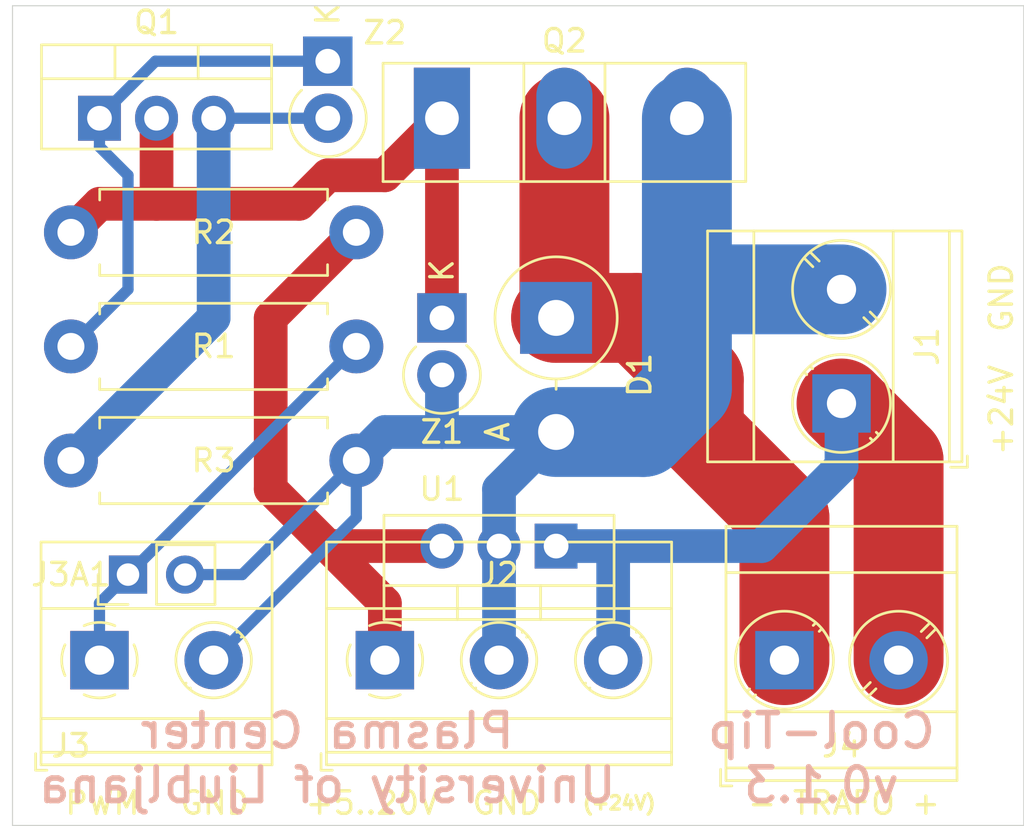
<source format=kicad_pcb>
(kicad_pcb (version 20171130) (host pcbnew "(5.1.2)-1")

  (general
    (thickness 1.6)
    (drawings 14)
    (tracks 59)
    (zones 0)
    (modules 14)
    (nets 9)
  )

  (page A4)
  (title_block
    (title "Flyback driver Cool-Tip")
    (date 2020-03-03)
    (rev v0.1.3)
    (company "University of Ljubljana, Biotechnical faculty")
  )

  (layers
    (0 F.Cu signal)
    (31 B.Cu signal)
    (32 B.Adhes user)
    (33 F.Adhes user)
    (34 B.Paste user)
    (35 F.Paste user)
    (36 B.SilkS user)
    (37 F.SilkS user)
    (38 B.Mask user)
    (39 F.Mask user)
    (40 Dwgs.User user)
    (41 Cmts.User user)
    (42 Eco1.User user)
    (43 Eco2.User user)
    (44 Edge.Cuts user)
    (45 Margin user)
    (46 B.CrtYd user)
    (47 F.CrtYd user)
    (48 B.Fab user)
    (49 F.Fab user)
  )

  (setup
    (last_trace_width 0.25)
    (trace_clearance 0.2)
    (zone_clearance 0.508)
    (zone_45_only no)
    (trace_min 0.25)
    (via_size 0.8)
    (via_drill 0.4)
    (via_min_size 0.4)
    (via_min_drill 0.3)
    (uvia_size 0.3)
    (uvia_drill 0.1)
    (uvias_allowed no)
    (uvia_min_size 0.2)
    (uvia_min_drill 0.1)
    (edge_width 0.05)
    (segment_width 0.2)
    (pcb_text_width 0.3)
    (pcb_text_size 1.5 1.5)
    (mod_edge_width 0.12)
    (mod_text_size 1 1)
    (mod_text_width 0.15)
    (pad_size 3.2 3.2)
    (pad_drill 1.6)
    (pad_to_mask_clearance 0.051)
    (solder_mask_min_width 0.25)
    (aux_axis_origin 0 0)
    (visible_elements 7FFFFFFF)
    (pcbplotparams
      (layerselection 0x010ff_ffffffff)
      (usegerberextensions false)
      (usegerberattributes false)
      (usegerberadvancedattributes false)
      (creategerberjobfile false)
      (excludeedgelayer true)
      (linewidth 0.100000)
      (plotframeref false)
      (viasonmask false)
      (mode 1)
      (useauxorigin false)
      (hpglpennumber 1)
      (hpglpenspeed 20)
      (hpglpendiameter 15.000000)
      (psnegative false)
      (psa4output false)
      (plotreference true)
      (plotvalue true)
      (plotinvisibletext false)
      (padsonsilk false)
      (subtractmaskfromsilk false)
      (outputformat 1)
      (mirror false)
      (drillshape 0)
      (scaleselection 1)
      (outputdirectory "GERBER/"))
  )

  (net 0 "")
  (net 1 "Net-(D1-Pad1)")
  (net 2 GND)
  (net 3 +24V)
  (net 4 +12V)
  (net 5 "Net-(J3-Pad1)")
  (net 6 "Net-(Q1-Pad1)")
  (net 7 "Net-(Q1-Pad2)")
  (net 8 "Net-(Q1-Pad3)")

  (net_class Default "Dies ist die voreingestellte Netzklasse."
    (clearance 0.2)
    (trace_width 0.25)
    (via_dia 0.8)
    (via_drill 0.4)
    (uvia_dia 0.3)
    (uvia_drill 0.1)
    (add_net +12V)
    (add_net +24V)
    (add_net GND)
    (add_net "Net-(D1-Pad1)")
    (add_net "Net-(J3-Pad1)")
    (add_net "Net-(Q1-Pad1)")
    (add_net "Net-(Q1-Pad2)")
    (add_net "Net-(Q1-Pad3)")
  )

  (module Connector_PinHeader_2.54mm:PinHeader_1x02_P2.54mm_Vertical (layer F.Cu) (tedit 59FED5CC) (tstamp 5E5E3BDE)
    (at 104.14 100.33 90)
    (descr "Through hole straight pin header, 1x02, 2.54mm pitch, single row")
    (tags "Through hole pin header THT 1x02 2.54mm single row")
    (path /5E611CB1)
    (fp_text reference J3A1 (at 0 -2.54 180) (layer F.SilkS)
      (effects (font (size 1 1) (thickness 0.15)))
    )
    (fp_text value DuPoint_01x02 (at -2.54 0 180) (layer F.Fab)
      (effects (font (size 1 1) (thickness 0.15)))
    )
    (fp_text user %R (at 0 1.27) (layer F.Fab)
      (effects (font (size 1 1) (thickness 0.15)))
    )
    (fp_line (start 1.8 -1.8) (end -1.8 -1.8) (layer F.CrtYd) (width 0.05))
    (fp_line (start 1.8 4.35) (end 1.8 -1.8) (layer F.CrtYd) (width 0.05))
    (fp_line (start -1.8 4.35) (end 1.8 4.35) (layer F.CrtYd) (width 0.05))
    (fp_line (start -1.8 -1.8) (end -1.8 4.35) (layer F.CrtYd) (width 0.05))
    (fp_line (start -1.33 -1.33) (end 0 -1.33) (layer F.SilkS) (width 0.12))
    (fp_line (start -1.33 0) (end -1.33 -1.33) (layer F.SilkS) (width 0.12))
    (fp_line (start -1.33 1.27) (end 1.33 1.27) (layer F.SilkS) (width 0.12))
    (fp_line (start 1.33 1.27) (end 1.33 3.87) (layer F.SilkS) (width 0.12))
    (fp_line (start -1.33 1.27) (end -1.33 3.87) (layer F.SilkS) (width 0.12))
    (fp_line (start -1.33 3.87) (end 1.33 3.87) (layer F.SilkS) (width 0.12))
    (fp_line (start -1.27 -0.635) (end -0.635 -1.27) (layer F.Fab) (width 0.1))
    (fp_line (start -1.27 3.81) (end -1.27 -0.635) (layer F.Fab) (width 0.1))
    (fp_line (start 1.27 3.81) (end -1.27 3.81) (layer F.Fab) (width 0.1))
    (fp_line (start 1.27 -1.27) (end 1.27 3.81) (layer F.Fab) (width 0.1))
    (fp_line (start -0.635 -1.27) (end 1.27 -1.27) (layer F.Fab) (width 0.1))
    (pad 2 thru_hole oval (at 0 2.54 90) (size 1.7 1.7) (drill 1) (layers *.Cu *.Mask)
      (net 2 GND))
    (pad 1 thru_hole rect (at 0 0 90) (size 1.7 1.7) (drill 1) (layers *.Cu *.Mask)
      (net 5 "Net-(J3-Pad1)"))
    (model ${KISYS3DMOD}/Connector_PinHeader_2.54mm.3dshapes/PinHeader_1x02_P2.54mm_Vertical.wrl
      (at (xyz 0 0 0))
      (scale (xyz 1 1 1))
      (rotate (xyz 0 0 0))
    )
  )

  (module Diode_THT:D_DO-41_SOD81_P2.54mm_Vertical_KathodeUp (layer F.Cu) (tedit 5AE50CD5) (tstamp 5E5E2400)
    (at 113.03 77.47 270)
    (descr "Diode, DO-41_SOD81 series, Axial, Vertical, pin pitch=2.54mm, , length*diameter=5.2*2.7mm^2, , http://www.diodes.com/_files/packages/DO-41%20(Plastic).pdf")
    (tags "Diode DO-41_SOD81 series Axial Vertical pin pitch 2.54mm  length 5.2mm diameter 2.7mm")
    (path /5E5EF437)
    (fp_text reference Z2 (at -1.27 -2.54 180) (layer F.SilkS)
      (effects (font (size 1 1) (thickness 0.15)))
    )
    (fp_text value ZD5 (at 5.08 1.27 180) (layer F.Fab)
      (effects (font (size 1 1) (thickness 0.15)))
    )
    (fp_text user K (at -2.1 0 90) (layer F.SilkS)
      (effects (font (size 1 1) (thickness 0.15)))
    )
    (fp_text user K (at -2.1 0 90) (layer F.Fab)
      (effects (font (size 1 1) (thickness 0.15)))
    )
    (fp_text user %R (at -1.27 -2.54 180) (layer F.Fab)
      (effects (font (size 1 1) (thickness 0.15)))
    )
    (fp_line (start 4.15 -1.6) (end -1.35 -1.6) (layer F.CrtYd) (width 0.05))
    (fp_line (start 4.15 1.6) (end 4.15 -1.6) (layer F.CrtYd) (width 0.05))
    (fp_line (start -1.35 1.6) (end 4.15 1.6) (layer F.CrtYd) (width 0.05))
    (fp_line (start -1.35 -1.6) (end -1.35 1.6) (layer F.CrtYd) (width 0.05))
    (fp_line (start 0 0) (end 2.54 0) (layer F.Fab) (width 0.1))
    (fp_circle (center 2.54 0) (end 3.89 0) (layer F.Fab) (width 0.1))
    (fp_arc (start 2.54 0) (end 1.228847 -1.1) (angle 276.998058) (layer F.SilkS) (width 0.12))
    (pad 2 thru_hole oval (at 2.54 0 270) (size 2.2 2.2) (drill 1.1) (layers *.Cu *.Mask)
      (net 8 "Net-(Q1-Pad3)"))
    (pad 1 thru_hole rect (at 0 0 270) (size 2.2 2.2) (drill 1.1) (layers *.Cu *.Mask)
      (net 6 "Net-(Q1-Pad1)"))
    (model ${KISYS3DMOD}/Diode_THT.3dshapes/D_DO-41_SOD81_P2.54mm_Vertical_KathodeUp.wrl
      (at (xyz 0 0 0))
      (scale (xyz 1 1 1))
      (rotate (xyz 0 0 0))
    )
  )

  (module Diode_THT:D_DO-41_SOD81_P2.54mm_Vertical_KathodeUp (layer F.Cu) (tedit 5AE50CD5) (tstamp 5E5E23F0)
    (at 118.11 88.9 270)
    (descr "Diode, DO-41_SOD81 series, Axial, Vertical, pin pitch=2.54mm, , length*diameter=5.2*2.7mm^2, , http://www.diodes.com/_files/packages/DO-41%20(Plastic).pdf")
    (tags "Diode DO-41_SOD81 series Axial Vertical pin pitch 2.54mm  length 5.2mm diameter 2.7mm")
    (path /5E5E24A7)
    (fp_text reference Z1 (at 5.08 0 180) (layer F.SilkS)
      (effects (font (size 1 1) (thickness 0.15)))
    )
    (fp_text value ZD20 (at 6.35 0 180) (layer F.Fab)
      (effects (font (size 1 1) (thickness 0.15)))
    )
    (fp_text user K (at -2.1 0 90) (layer F.SilkS)
      (effects (font (size 1 1) (thickness 0.15)))
    )
    (fp_text user K (at -2.1 0 90) (layer F.Fab)
      (effects (font (size 1 1) (thickness 0.15)))
    )
    (fp_text user %R (at 5.08 0 180) (layer F.Fab)
      (effects (font (size 1 1) (thickness 0.15)))
    )
    (fp_line (start 4.15 -1.6) (end -1.35 -1.6) (layer F.CrtYd) (width 0.05))
    (fp_line (start 4.15 1.6) (end 4.15 -1.6) (layer F.CrtYd) (width 0.05))
    (fp_line (start -1.35 1.6) (end 4.15 1.6) (layer F.CrtYd) (width 0.05))
    (fp_line (start -1.35 -1.6) (end -1.35 1.6) (layer F.CrtYd) (width 0.05))
    (fp_line (start 0 0) (end 2.54 0) (layer F.Fab) (width 0.1))
    (fp_circle (center 2.54 0) (end 3.89 0) (layer F.Fab) (width 0.1))
    (fp_arc (start 2.54 0) (end 1.228847 -1.1) (angle 276.998058) (layer F.SilkS) (width 0.12))
    (pad 2 thru_hole oval (at 2.54 0 270) (size 2.2 2.2) (drill 1.1) (layers *.Cu *.Mask)
      (net 2 GND))
    (pad 1 thru_hole rect (at 0 0 270) (size 2.2 2.2) (drill 1.1) (layers *.Cu *.Mask)
      (net 7 "Net-(Q1-Pad2)"))
    (model ${KISYS3DMOD}/Diode_THT.3dshapes/D_DO-41_SOD81_P2.54mm_Vertical_KathodeUp.wrl
      (at (xyz 0 0 0))
      (scale (xyz 1 1 1))
      (rotate (xyz 0 0 0))
    )
  )

  (module Resistor_THT:R_Axial_DIN0411_L9.9mm_D3.6mm_P12.70mm_Horizontal (layer F.Cu) (tedit 5AE5139B) (tstamp 5E43FF75)
    (at 101.6 95.25)
    (descr "Resistor, Axial_DIN0411 series, Axial, Horizontal, pin pitch=12.7mm, 1W, length*diameter=9.9*3.6mm^2")
    (tags "Resistor Axial_DIN0411 series Axial Horizontal pin pitch 12.7mm 1W length 9.9mm diameter 3.6mm")
    (path /5E47E572)
    (fp_text reference R3 (at 6.35 0) (layer F.SilkS)
      (effects (font (size 1 1) (thickness 0.15)))
    )
    (fp_text value 4R7 (at 6.35 1.27) (layer F.Fab)
      (effects (font (size 1 1) (thickness 0.15)))
    )
    (fp_text user %R (at 6.35 0) (layer F.Fab)
      (effects (font (size 1 1) (thickness 0.15)))
    )
    (fp_line (start 14.15 -2.05) (end -1.45 -2.05) (layer F.CrtYd) (width 0.05))
    (fp_line (start 14.15 2.05) (end 14.15 -2.05) (layer F.CrtYd) (width 0.05))
    (fp_line (start -1.45 2.05) (end 14.15 2.05) (layer F.CrtYd) (width 0.05))
    (fp_line (start -1.45 -2.05) (end -1.45 2.05) (layer F.CrtYd) (width 0.05))
    (fp_line (start 11.42 1.92) (end 11.42 1.44) (layer F.SilkS) (width 0.12))
    (fp_line (start 1.28 1.92) (end 11.42 1.92) (layer F.SilkS) (width 0.12))
    (fp_line (start 1.28 1.44) (end 1.28 1.92) (layer F.SilkS) (width 0.12))
    (fp_line (start 11.42 -1.92) (end 11.42 -1.44) (layer F.SilkS) (width 0.12))
    (fp_line (start 1.28 -1.92) (end 11.42 -1.92) (layer F.SilkS) (width 0.12))
    (fp_line (start 1.28 -1.44) (end 1.28 -1.92) (layer F.SilkS) (width 0.12))
    (fp_line (start 12.7 0) (end 11.3 0) (layer F.Fab) (width 0.1))
    (fp_line (start 0 0) (end 1.4 0) (layer F.Fab) (width 0.1))
    (fp_line (start 11.3 -1.8) (end 1.4 -1.8) (layer F.Fab) (width 0.1))
    (fp_line (start 11.3 1.8) (end 11.3 -1.8) (layer F.Fab) (width 0.1))
    (fp_line (start 1.4 1.8) (end 11.3 1.8) (layer F.Fab) (width 0.1))
    (fp_line (start 1.4 -1.8) (end 1.4 1.8) (layer F.Fab) (width 0.1))
    (pad 2 thru_hole oval (at 12.7 0) (size 2.4 2.4) (drill 1.2) (layers *.Cu *.Mask)
      (net 2 GND))
    (pad 1 thru_hole circle (at 0 0) (size 2.4 2.4) (drill 1.2) (layers *.Cu *.Mask)
      (net 8 "Net-(Q1-Pad3)"))
    (model ${KISYS3DMOD}/Resistor_THT.3dshapes/R_Axial_DIN0411_L9.9mm_D3.6mm_P12.70mm_Horizontal.wrl
      (at (xyz 0 0 0))
      (scale (xyz 1 1 1))
      (rotate (xyz 0 0 0))
    )
  )

  (module Resistor_THT:R_Axial_DIN0411_L9.9mm_D3.6mm_P12.70mm_Horizontal (layer F.Cu) (tedit 5AE5139B) (tstamp 5E43B4CF)
    (at 101.6 90.17)
    (descr "Resistor, Axial_DIN0411 series, Axial, Horizontal, pin pitch=12.7mm, 1W, length*diameter=9.9*3.6mm^2")
    (tags "Resistor Axial_DIN0411 series Axial Horizontal pin pitch 12.7mm 1W length 9.9mm diameter 3.6mm")
    (path /5E42AE96)
    (fp_text reference R1 (at 6.35 0) (layer F.SilkS)
      (effects (font (size 1 1) (thickness 0.15)))
    )
    (fp_text value 330R (at 6.35 1.27) (layer F.Fab)
      (effects (font (size 1 1) (thickness 0.15)))
    )
    (fp_text user %R (at 6.35 0) (layer F.Fab)
      (effects (font (size 1 1) (thickness 0.15)))
    )
    (fp_line (start 14.15 -2.05) (end -1.45 -2.05) (layer F.CrtYd) (width 0.05))
    (fp_line (start 14.15 2.05) (end 14.15 -2.05) (layer F.CrtYd) (width 0.05))
    (fp_line (start -1.45 2.05) (end 14.15 2.05) (layer F.CrtYd) (width 0.05))
    (fp_line (start -1.45 -2.05) (end -1.45 2.05) (layer F.CrtYd) (width 0.05))
    (fp_line (start 11.42 1.92) (end 11.42 1.44) (layer F.SilkS) (width 0.12))
    (fp_line (start 1.28 1.92) (end 11.42 1.92) (layer F.SilkS) (width 0.12))
    (fp_line (start 1.28 1.44) (end 1.28 1.92) (layer F.SilkS) (width 0.12))
    (fp_line (start 11.42 -1.92) (end 11.42 -1.44) (layer F.SilkS) (width 0.12))
    (fp_line (start 1.28 -1.92) (end 11.42 -1.92) (layer F.SilkS) (width 0.12))
    (fp_line (start 1.28 -1.44) (end 1.28 -1.92) (layer F.SilkS) (width 0.12))
    (fp_line (start 12.7 0) (end 11.3 0) (layer F.Fab) (width 0.1))
    (fp_line (start 0 0) (end 1.4 0) (layer F.Fab) (width 0.1))
    (fp_line (start 11.3 -1.8) (end 1.4 -1.8) (layer F.Fab) (width 0.1))
    (fp_line (start 11.3 1.8) (end 11.3 -1.8) (layer F.Fab) (width 0.1))
    (fp_line (start 1.4 1.8) (end 11.3 1.8) (layer F.Fab) (width 0.1))
    (fp_line (start 1.4 -1.8) (end 1.4 1.8) (layer F.Fab) (width 0.1))
    (pad 2 thru_hole oval (at 12.7 0) (size 2.4 2.4) (drill 1.2) (layers *.Cu *.Mask)
      (net 5 "Net-(J3-Pad1)"))
    (pad 1 thru_hole circle (at 0 0) (size 2.4 2.4) (drill 1.2) (layers *.Cu *.Mask)
      (net 6 "Net-(Q1-Pad1)"))
    (model ${KISYS3DMOD}/Resistor_THT.3dshapes/R_Axial_DIN0411_L9.9mm_D3.6mm_P12.70mm_Horizontal.wrl
      (at (xyz 0 0 0))
      (scale (xyz 1 1 1))
      (rotate (xyz 0 0 0))
    )
  )

  (module TerminalBlock_Phoenix:TerminalBlock_Phoenix_MKDS-1,5-2-5.08_1x02_P5.08mm_Horizontal (layer F.Cu) (tedit 5B294EBC) (tstamp 5E43B45A)
    (at 102.87 104.14)
    (descr "Terminal Block Phoenix MKDS-1,5-2-5.08, 2 pins, pitch 5.08mm, size 10.2x9.8mm^2, drill diamater 1.3mm, pad diameter 2.6mm, see http://www.farnell.com/datasheets/100425.pdf, script-generated using https://github.com/pointhi/kicad-footprint-generator/scripts/TerminalBlock_Phoenix")
    (tags "THT Terminal Block Phoenix MKDS-1,5-2-5.08 pitch 5.08mm size 10.2x9.8mm^2 drill 1.3mm pad 2.6mm")
    (path /5E431FCB)
    (fp_text reference J3 (at -1.27 3.81) (layer F.SilkS)
      (effects (font (size 1 1) (thickness 0.15)))
    )
    (fp_text value "PWM IN" (at 2.54 5.66) (layer F.Fab)
      (effects (font (size 1 1) (thickness 0.15)))
    )
    (fp_text user %R (at 2.54 3.2) (layer F.Fab)
      (effects (font (size 1 1) (thickness 0.15)))
    )
    (fp_line (start 8.13 -5.71) (end -3.04 -5.71) (layer F.CrtYd) (width 0.05))
    (fp_line (start 8.13 5.1) (end 8.13 -5.71) (layer F.CrtYd) (width 0.05))
    (fp_line (start -3.04 5.1) (end 8.13 5.1) (layer F.CrtYd) (width 0.05))
    (fp_line (start -3.04 -5.71) (end -3.04 5.1) (layer F.CrtYd) (width 0.05))
    (fp_line (start -2.84 4.9) (end -2.34 4.9) (layer F.SilkS) (width 0.12))
    (fp_line (start -2.84 4.16) (end -2.84 4.9) (layer F.SilkS) (width 0.12))
    (fp_line (start 3.853 1.023) (end 3.806 1.069) (layer F.SilkS) (width 0.12))
    (fp_line (start 6.15 -1.275) (end 6.115 -1.239) (layer F.SilkS) (width 0.12))
    (fp_line (start 4.046 1.239) (end 4.011 1.274) (layer F.SilkS) (width 0.12))
    (fp_line (start 6.355 -1.069) (end 6.308 -1.023) (layer F.SilkS) (width 0.12))
    (fp_line (start 6.035 -1.138) (end 3.943 0.955) (layer F.Fab) (width 0.1))
    (fp_line (start 6.218 -0.955) (end 4.126 1.138) (layer F.Fab) (width 0.1))
    (fp_line (start 0.955 -1.138) (end -1.138 0.955) (layer F.Fab) (width 0.1))
    (fp_line (start 1.138 -0.955) (end -0.955 1.138) (layer F.Fab) (width 0.1))
    (fp_line (start 7.68 -5.261) (end 7.68 4.66) (layer F.SilkS) (width 0.12))
    (fp_line (start -2.6 -5.261) (end -2.6 4.66) (layer F.SilkS) (width 0.12))
    (fp_line (start -2.6 4.66) (end 7.68 4.66) (layer F.SilkS) (width 0.12))
    (fp_line (start -2.6 -5.261) (end 7.68 -5.261) (layer F.SilkS) (width 0.12))
    (fp_line (start -2.6 -2.301) (end 7.68 -2.301) (layer F.SilkS) (width 0.12))
    (fp_line (start -2.54 -2.3) (end 7.62 -2.3) (layer F.Fab) (width 0.1))
    (fp_line (start -2.6 2.6) (end 7.68 2.6) (layer F.SilkS) (width 0.12))
    (fp_line (start -2.54 2.6) (end 7.62 2.6) (layer F.Fab) (width 0.1))
    (fp_line (start -2.6 4.1) (end 7.68 4.1) (layer F.SilkS) (width 0.12))
    (fp_line (start -2.54 4.1) (end 7.62 4.1) (layer F.Fab) (width 0.1))
    (fp_line (start -2.54 4.1) (end -2.54 -5.2) (layer F.Fab) (width 0.1))
    (fp_line (start -2.04 4.6) (end -2.54 4.1) (layer F.Fab) (width 0.1))
    (fp_line (start 7.62 4.6) (end -2.04 4.6) (layer F.Fab) (width 0.1))
    (fp_line (start 7.62 -5.2) (end 7.62 4.6) (layer F.Fab) (width 0.1))
    (fp_line (start -2.54 -5.2) (end 7.62 -5.2) (layer F.Fab) (width 0.1))
    (fp_circle (center 5.08 0) (end 6.76 0) (layer F.SilkS) (width 0.12))
    (fp_circle (center 5.08 0) (end 6.58 0) (layer F.Fab) (width 0.1))
    (fp_circle (center 0 0) (end 1.5 0) (layer F.Fab) (width 0.1))
    (fp_arc (start 0 0) (end -0.684 1.535) (angle -25) (layer F.SilkS) (width 0.12))
    (fp_arc (start 0 0) (end -1.535 -0.684) (angle -48) (layer F.SilkS) (width 0.12))
    (fp_arc (start 0 0) (end 0.684 -1.535) (angle -48) (layer F.SilkS) (width 0.12))
    (fp_arc (start 0 0) (end 1.535 0.684) (angle -48) (layer F.SilkS) (width 0.12))
    (fp_arc (start 0 0) (end 0 1.68) (angle -24) (layer F.SilkS) (width 0.12))
    (pad 2 thru_hole circle (at 5.08 0) (size 2.6 2.6) (drill 1.3) (layers *.Cu *.Mask)
      (net 2 GND))
    (pad 1 thru_hole rect (at 0 0) (size 2.6 2.6) (drill 1.3) (layers *.Cu *.Mask)
      (net 5 "Net-(J3-Pad1)"))
    (model ${KISYS3DMOD}/TerminalBlock_Phoenix.3dshapes/TerminalBlock_Phoenix_MKDS-1,5-2-5.08_1x02_P5.08mm_Horizontal.wrl
      (at (xyz 0 0 0))
      (scale (xyz 1 1 1))
      (rotate (xyz 0 0 0))
    )
  )

  (module Diode_THT:D_DO-201AD_P5.08mm_Vertical_AnodeUp (layer F.Cu) (tedit 5AE50CD5) (tstamp 5E43B3D6)
    (at 123.19 88.9 270)
    (descr "Diode, DO-201AD series, Axial, Vertical, pin pitch=5.08mm, , length*diameter=9.5*5.2mm^2, , http://www.diodes.com/_files/packages/DO-201AD.pdf")
    (tags "Diode DO-201AD series Axial Vertical pin pitch 5.08mm  length 9.5mm diameter 5.2mm")
    (path /5E42B65A)
    (fp_text reference D1 (at 2.54 -3.72 90) (layer F.SilkS)
      (effects (font (size 1 1) (thickness 0.15)))
    )
    (fp_text value UF4007 (at 7.62 0 180) (layer F.Fab)
      (effects (font (size 1 1) (thickness 0.15)))
    )
    (fp_text user A (at 5.08 2.6 90) (layer F.SilkS)
      (effects (font (size 1 1) (thickness 0.15)))
    )
    (fp_text user A (at 5.08 2.6 90) (layer F.Fab)
      (effects (font (size 1 1) (thickness 0.15)))
    )
    (fp_text user %R (at 2.54 -3.72 90) (layer F.Fab)
      (effects (font (size 1 1) (thickness 0.15)))
    )
    (fp_line (start 6.93 -2.85) (end -2.85 -2.85) (layer F.CrtYd) (width 0.05))
    (fp_line (start 6.93 2.85) (end 6.93 -2.85) (layer F.CrtYd) (width 0.05))
    (fp_line (start -2.85 2.85) (end 6.93 2.85) (layer F.CrtYd) (width 0.05))
    (fp_line (start -2.85 -2.85) (end -2.85 2.85) (layer F.CrtYd) (width 0.05))
    (fp_line (start 2.72 0) (end 3.18 0) (layer F.SilkS) (width 0.12))
    (fp_line (start 0 0) (end 5.08 0) (layer F.Fab) (width 0.1))
    (fp_circle (center 0 0) (end 2.72 0) (layer F.SilkS) (width 0.12))
    (fp_circle (center 0 0) (end 2.6 0) (layer F.Fab) (width 0.1))
    (pad 2 thru_hole oval (at 5.08 0 270) (size 3.2 3.2) (drill 1.6) (layers *.Cu *.Mask)
      (net 2 GND))
    (pad 1 thru_hole rect (at 0 0 270) (size 3.2 3.2) (drill 1.6) (layers *.Cu *.Mask)
      (net 1 "Net-(D1-Pad1)"))
    (model ${KISYS3DMOD}/Diode_THT.3dshapes/D_DO-201AD_P5.08mm_Vertical_AnodeUp.wrl
      (at (xyz 0 0 0))
      (scale (xyz 1 1 1))
      (rotate (xyz 0 0 0))
    )
  )

  (module Package_TO_SOT_THT:TO-247-3_Vertical (layer F.Cu) (tedit 5AC86DC3) (tstamp 5E43B4B8)
    (at 118.11 80.01)
    (descr "TO-247-3, Vertical, RM 5.45mm, see https://toshiba.semicon-storage.com/us/product/mosfet/to-247-4l.html")
    (tags "TO-247-3 Vertical RM 5.45mm")
    (path /5E42CB8F)
    (fp_text reference Q2 (at 5.45 -3.45) (layer F.SilkS)
      (effects (font (size 1 1) (thickness 0.15)))
    )
    (fp_text value IPW60 (at 5.45 3.95) (layer F.Fab)
      (effects (font (size 1 1) (thickness 0.15)))
    )
    (fp_text user %R (at 5.45 -3.45) (layer F.Fab)
      (effects (font (size 1 1) (thickness 0.15)))
    )
    (fp_line (start 13.65 -2.59) (end -2.75 -2.59) (layer F.CrtYd) (width 0.05))
    (fp_line (start 13.65 2.95) (end 13.65 -2.59) (layer F.CrtYd) (width 0.05))
    (fp_line (start -2.75 2.95) (end 13.65 2.95) (layer F.CrtYd) (width 0.05))
    (fp_line (start -2.75 -2.59) (end -2.75 2.95) (layer F.CrtYd) (width 0.05))
    (fp_line (start 7.255 -2.451) (end 7.255 2.82) (layer F.SilkS) (width 0.12))
    (fp_line (start 3.646 -2.451) (end 3.646 2.82) (layer F.SilkS) (width 0.12))
    (fp_line (start 13.52 -2.451) (end 13.52 2.82) (layer F.SilkS) (width 0.12))
    (fp_line (start -2.62 -2.451) (end -2.62 2.82) (layer F.SilkS) (width 0.12))
    (fp_line (start -2.62 2.82) (end 13.52 2.82) (layer F.SilkS) (width 0.12))
    (fp_line (start -2.62 -2.451) (end 13.52 -2.451) (layer F.SilkS) (width 0.12))
    (fp_line (start 7.255 -2.33) (end 7.255 2.7) (layer F.Fab) (width 0.1))
    (fp_line (start 3.645 -2.33) (end 3.645 2.7) (layer F.Fab) (width 0.1))
    (fp_line (start 13.4 -2.33) (end -2.5 -2.33) (layer F.Fab) (width 0.1))
    (fp_line (start 13.4 2.7) (end 13.4 -2.33) (layer F.Fab) (width 0.1))
    (fp_line (start -2.5 2.7) (end 13.4 2.7) (layer F.Fab) (width 0.1))
    (fp_line (start -2.5 -2.33) (end -2.5 2.7) (layer F.Fab) (width 0.1))
    (pad 3 thru_hole oval (at 10.9 0) (size 2.5 4.5) (drill 1.5) (layers *.Cu *.Mask)
      (net 2 GND))
    (pad 2 thru_hole oval (at 5.45 0) (size 2.5 4.5) (drill 1.5) (layers *.Cu *.Mask)
      (net 1 "Net-(D1-Pad1)"))
    (pad 1 thru_hole rect (at 0 0) (size 2.5 4.5) (drill 1.5) (layers *.Cu *.Mask)
      (net 7 "Net-(Q1-Pad2)"))
    (model ${KISYS3DMOD}/Package_TO_SOT_THT.3dshapes/TO-247-3_Vertical.wrl
      (at (xyz 0 0 0))
      (scale (xyz 1 1 1))
      (rotate (xyz 0 0 0))
    )
  )

  (module TerminalBlock_Phoenix:TerminalBlock_Phoenix_MKDS-3-2-5.08_1x02_P5.08mm_Horizontal (layer F.Cu) (tedit 5B294F11) (tstamp 5E43B402)
    (at 135.89 92.71 90)
    (descr "Terminal Block Phoenix MKDS-3-2-5.08, 2 pins, pitch 5.08mm, size 10.2x11.2mm^2, drill diamater 1.3mm, pad diameter 2.6mm, see http://www.farnell.com/datasheets/2138224.pdf, script-generated using https://github.com/pointhi/kicad-footprint-generator/scripts/TerminalBlock_Phoenix")
    (tags "THT Terminal Block Phoenix MKDS-3-2-5.08 pitch 5.08mm size 10.2x11.2mm^2 drill 1.3mm pad 2.6mm")
    (path /5E430B4F)
    (fp_text reference J1 (at 2.54 3.81 90) (layer F.SilkS)
      (effects (font (size 1 1) (thickness 0.15)))
    )
    (fp_text value +24V (at 2.54 6.36 90) (layer F.Fab)
      (effects (font (size 1 1) (thickness 0.15)))
    )
    (fp_text user %R (at 2.54 3.1 90) (layer F.Fab)
      (effects (font (size 1 1) (thickness 0.15)))
    )
    (fp_line (start 8.13 -6.4) (end -3.04 -6.4) (layer F.CrtYd) (width 0.05))
    (fp_line (start 8.13 5.8) (end 8.13 -6.4) (layer F.CrtYd) (width 0.05))
    (fp_line (start -3.04 5.8) (end 8.13 5.8) (layer F.CrtYd) (width 0.05))
    (fp_line (start -3.04 -6.4) (end -3.04 5.8) (layer F.CrtYd) (width 0.05))
    (fp_line (start -2.84 5.6) (end -2.34 5.6) (layer F.SilkS) (width 0.12))
    (fp_line (start -2.84 4.86) (end -2.84 5.6) (layer F.SilkS) (width 0.12))
    (fp_line (start 3.822 0.992) (end 3.427 1.388) (layer F.SilkS) (width 0.12))
    (fp_line (start 6.468 -1.654) (end 6.088 -1.274) (layer F.SilkS) (width 0.12))
    (fp_line (start 4.073 1.274) (end 3.693 1.654) (layer F.SilkS) (width 0.12))
    (fp_line (start 6.734 -1.388) (end 6.339 -0.992) (layer F.SilkS) (width 0.12))
    (fp_line (start 6.353 -1.517) (end 3.564 1.273) (layer F.Fab) (width 0.1))
    (fp_line (start 6.597 -1.273) (end 3.808 1.517) (layer F.Fab) (width 0.1))
    (fp_line (start -1.548 1.281) (end -1.654 1.388) (layer F.SilkS) (width 0.12))
    (fp_line (start 1.388 -1.654) (end 1.281 -1.547) (layer F.SilkS) (width 0.12))
    (fp_line (start -1.282 1.547) (end -1.388 1.654) (layer F.SilkS) (width 0.12))
    (fp_line (start 1.654 -1.388) (end 1.547 -1.281) (layer F.SilkS) (width 0.12))
    (fp_line (start 1.273 -1.517) (end -1.517 1.273) (layer F.Fab) (width 0.1))
    (fp_line (start 1.517 -1.273) (end -1.273 1.517) (layer F.Fab) (width 0.1))
    (fp_line (start 7.68 -5.96) (end 7.68 5.36) (layer F.SilkS) (width 0.12))
    (fp_line (start -2.6 -5.96) (end -2.6 5.36) (layer F.SilkS) (width 0.12))
    (fp_line (start -2.6 5.36) (end 7.68 5.36) (layer F.SilkS) (width 0.12))
    (fp_line (start -2.6 -5.96) (end 7.68 -5.96) (layer F.SilkS) (width 0.12))
    (fp_line (start -2.6 -3.9) (end 7.68 -3.9) (layer F.SilkS) (width 0.12))
    (fp_line (start -2.54 -3.9) (end 7.62 -3.9) (layer F.Fab) (width 0.1))
    (fp_line (start -2.6 2.3) (end 7.68 2.3) (layer F.SilkS) (width 0.12))
    (fp_line (start -2.54 2.3) (end 7.62 2.3) (layer F.Fab) (width 0.1))
    (fp_line (start -2.6 4.8) (end 7.68 4.8) (layer F.SilkS) (width 0.12))
    (fp_line (start -2.54 4.8) (end 7.62 4.8) (layer F.Fab) (width 0.1))
    (fp_line (start -2.54 4.8) (end -2.54 -5.9) (layer F.Fab) (width 0.1))
    (fp_line (start -2.04 5.3) (end -2.54 4.8) (layer F.Fab) (width 0.1))
    (fp_line (start 7.62 5.3) (end -2.04 5.3) (layer F.Fab) (width 0.1))
    (fp_line (start 7.62 -5.9) (end 7.62 5.3) (layer F.Fab) (width 0.1))
    (fp_line (start -2.54 -5.9) (end 7.62 -5.9) (layer F.Fab) (width 0.1))
    (fp_circle (center 5.08 0) (end 7.26 0) (layer F.SilkS) (width 0.12))
    (fp_circle (center 5.08 0) (end 7.08 0) (layer F.Fab) (width 0.1))
    (fp_circle (center 0 0) (end 2.18 0) (layer F.SilkS) (width 0.12))
    (fp_circle (center 0 0) (end 2 0) (layer F.Fab) (width 0.1))
    (pad 2 thru_hole circle (at 5.08 0 90) (size 2.6 2.6) (drill 1.3) (layers *.Cu *.Mask)
      (net 2 GND))
    (pad 1 thru_hole rect (at 0 0 90) (size 2.6 2.6) (drill 1.3) (layers *.Cu *.Mask)
      (net 3 +24V))
    (model ${KISYS3DMOD}/TerminalBlock_Phoenix.3dshapes/TerminalBlock_Phoenix_MKDS-3-2-5.08_1x02_P5.08mm_Horizontal.wrl
      (at (xyz 0 0 0))
      (scale (xyz 1 1 1))
      (rotate (xyz 0 0 0))
    )
  )

  (module TerminalBlock_Phoenix:TerminalBlock_Phoenix_MKDS-3-2-5.08_1x02_P5.08mm_Horizontal (layer F.Cu) (tedit 5B294F11) (tstamp 5E43B486)
    (at 133.35 104.14)
    (descr "Terminal Block Phoenix MKDS-3-2-5.08, 2 pins, pitch 5.08mm, size 10.2x11.2mm^2, drill diamater 1.3mm, pad diameter 2.6mm, see http://www.farnell.com/datasheets/2138224.pdf, script-generated using https://github.com/pointhi/kicad-footprint-generator/scripts/TerminalBlock_Phoenix")
    (tags "THT Terminal Block Phoenix MKDS-3-2-5.08 pitch 5.08mm size 10.2x11.2mm^2 drill 1.3mm pad 2.6mm")
    (path /5E4319B9)
    (fp_text reference J4 (at 2.54 3.81) (layer F.SilkS)
      (effects (font (size 1 1) (thickness 0.15)))
    )
    (fp_text value TRAFO (at 2.54 6.36) (layer F.Fab)
      (effects (font (size 1 1) (thickness 0.15)))
    )
    (fp_text user %R (at 2.54 3.1) (layer F.Fab)
      (effects (font (size 1 1) (thickness 0.15)))
    )
    (fp_line (start 8.13 -6.4) (end -3.04 -6.4) (layer F.CrtYd) (width 0.05))
    (fp_line (start 8.13 5.8) (end 8.13 -6.4) (layer F.CrtYd) (width 0.05))
    (fp_line (start -3.04 5.8) (end 8.13 5.8) (layer F.CrtYd) (width 0.05))
    (fp_line (start -3.04 -6.4) (end -3.04 5.8) (layer F.CrtYd) (width 0.05))
    (fp_line (start -2.84 5.6) (end -2.34 5.6) (layer F.SilkS) (width 0.12))
    (fp_line (start -2.84 4.86) (end -2.84 5.6) (layer F.SilkS) (width 0.12))
    (fp_line (start 3.822 0.992) (end 3.427 1.388) (layer F.SilkS) (width 0.12))
    (fp_line (start 6.468 -1.654) (end 6.088 -1.274) (layer F.SilkS) (width 0.12))
    (fp_line (start 4.073 1.274) (end 3.693 1.654) (layer F.SilkS) (width 0.12))
    (fp_line (start 6.734 -1.388) (end 6.339 -0.992) (layer F.SilkS) (width 0.12))
    (fp_line (start 6.353 -1.517) (end 3.564 1.273) (layer F.Fab) (width 0.1))
    (fp_line (start 6.597 -1.273) (end 3.808 1.517) (layer F.Fab) (width 0.1))
    (fp_line (start -1.548 1.281) (end -1.654 1.388) (layer F.SilkS) (width 0.12))
    (fp_line (start 1.388 -1.654) (end 1.281 -1.547) (layer F.SilkS) (width 0.12))
    (fp_line (start -1.282 1.547) (end -1.388 1.654) (layer F.SilkS) (width 0.12))
    (fp_line (start 1.654 -1.388) (end 1.547 -1.281) (layer F.SilkS) (width 0.12))
    (fp_line (start 1.273 -1.517) (end -1.517 1.273) (layer F.Fab) (width 0.1))
    (fp_line (start 1.517 -1.273) (end -1.273 1.517) (layer F.Fab) (width 0.1))
    (fp_line (start 7.68 -5.96) (end 7.68 5.36) (layer F.SilkS) (width 0.12))
    (fp_line (start -2.6 -5.96) (end -2.6 5.36) (layer F.SilkS) (width 0.12))
    (fp_line (start -2.6 5.36) (end 7.68 5.36) (layer F.SilkS) (width 0.12))
    (fp_line (start -2.6 -5.96) (end 7.68 -5.96) (layer F.SilkS) (width 0.12))
    (fp_line (start -2.6 -3.9) (end 7.68 -3.9) (layer F.SilkS) (width 0.12))
    (fp_line (start -2.54 -3.9) (end 7.62 -3.9) (layer F.Fab) (width 0.1))
    (fp_line (start -2.6 2.3) (end 7.68 2.3) (layer F.SilkS) (width 0.12))
    (fp_line (start -2.54 2.3) (end 7.62 2.3) (layer F.Fab) (width 0.1))
    (fp_line (start -2.6 4.8) (end 7.68 4.8) (layer F.SilkS) (width 0.12))
    (fp_line (start -2.54 4.8) (end 7.62 4.8) (layer F.Fab) (width 0.1))
    (fp_line (start -2.54 4.8) (end -2.54 -5.9) (layer F.Fab) (width 0.1))
    (fp_line (start -2.04 5.3) (end -2.54 4.8) (layer F.Fab) (width 0.1))
    (fp_line (start 7.62 5.3) (end -2.04 5.3) (layer F.Fab) (width 0.1))
    (fp_line (start 7.62 -5.9) (end 7.62 5.3) (layer F.Fab) (width 0.1))
    (fp_line (start -2.54 -5.9) (end 7.62 -5.9) (layer F.Fab) (width 0.1))
    (fp_circle (center 5.08 0) (end 7.26 0) (layer F.SilkS) (width 0.12))
    (fp_circle (center 5.08 0) (end 7.08 0) (layer F.Fab) (width 0.1))
    (fp_circle (center 0 0) (end 2.18 0) (layer F.SilkS) (width 0.12))
    (fp_circle (center 0 0) (end 2 0) (layer F.Fab) (width 0.1))
    (pad 2 thru_hole circle (at 5.08 0) (size 2.6 2.6) (drill 1.3) (layers *.Cu *.Mask)
      (net 3 +24V))
    (pad 1 thru_hole rect (at 0 0) (size 2.6 2.6) (drill 1.3) (layers *.Cu *.Mask)
      (net 1 "Net-(D1-Pad1)"))
    (model ${KISYS3DMOD}/TerminalBlock_Phoenix.3dshapes/TerminalBlock_Phoenix_MKDS-3-2-5.08_1x02_P5.08mm_Horizontal.wrl
      (at (xyz 0 0 0))
      (scale (xyz 1 1 1))
      (rotate (xyz 0 0 0))
    )
  )

  (module Package_TO_SOT_THT:TO-220-3_Vertical (layer F.Cu) (tedit 5AC8BA0D) (tstamp 5E43B4A0)
    (at 102.87 80.01)
    (descr "TO-220-3, Vertical, RM 2.54mm, see https://www.vishay.com/docs/66542/to-220-1.pdf")
    (tags "TO-220-3 Vertical RM 2.54mm")
    (path /5E42A30A)
    (fp_text reference Q1 (at 2.54 -4.27) (layer F.SilkS)
      (effects (font (size 1 1) (thickness 0.15)))
    )
    (fp_text value TIP41C (at 2.54 2.5) (layer F.Fab)
      (effects (font (size 1 1) (thickness 0.15)))
    )
    (fp_line (start -2.46 -3.15) (end -2.46 1.25) (layer F.Fab) (width 0.1))
    (fp_line (start -2.46 1.25) (end 7.54 1.25) (layer F.Fab) (width 0.1))
    (fp_line (start 7.54 1.25) (end 7.54 -3.15) (layer F.Fab) (width 0.1))
    (fp_line (start 7.54 -3.15) (end -2.46 -3.15) (layer F.Fab) (width 0.1))
    (fp_line (start -2.46 -1.88) (end 7.54 -1.88) (layer F.Fab) (width 0.1))
    (fp_line (start 0.69 -3.15) (end 0.69 -1.88) (layer F.Fab) (width 0.1))
    (fp_line (start 4.39 -3.15) (end 4.39 -1.88) (layer F.Fab) (width 0.1))
    (fp_line (start -2.58 -3.27) (end 7.66 -3.27) (layer F.SilkS) (width 0.12))
    (fp_line (start -2.58 1.371) (end 7.66 1.371) (layer F.SilkS) (width 0.12))
    (fp_line (start -2.58 -3.27) (end -2.58 1.371) (layer F.SilkS) (width 0.12))
    (fp_line (start 7.66 -3.27) (end 7.66 1.371) (layer F.SilkS) (width 0.12))
    (fp_line (start -2.58 -1.76) (end 7.66 -1.76) (layer F.SilkS) (width 0.12))
    (fp_line (start 0.69 -3.27) (end 0.69 -1.76) (layer F.SilkS) (width 0.12))
    (fp_line (start 4.391 -3.27) (end 4.391 -1.76) (layer F.SilkS) (width 0.12))
    (fp_line (start -2.71 -3.4) (end -2.71 1.51) (layer F.CrtYd) (width 0.05))
    (fp_line (start -2.71 1.51) (end 7.79 1.51) (layer F.CrtYd) (width 0.05))
    (fp_line (start 7.79 1.51) (end 7.79 -3.4) (layer F.CrtYd) (width 0.05))
    (fp_line (start 7.79 -3.4) (end -2.71 -3.4) (layer F.CrtYd) (width 0.05))
    (fp_text user %R (at 2.54 -4.27) (layer F.Fab)
      (effects (font (size 1 1) (thickness 0.15)))
    )
    (pad 1 thru_hole rect (at 0 0) (size 1.905 2) (drill 1.1) (layers *.Cu *.Mask)
      (net 6 "Net-(Q1-Pad1)"))
    (pad 2 thru_hole oval (at 2.54 0) (size 1.905 2) (drill 1.1) (layers *.Cu *.Mask)
      (net 7 "Net-(Q1-Pad2)"))
    (pad 3 thru_hole oval (at 5.08 0) (size 1.905 2) (drill 1.1) (layers *.Cu *.Mask)
      (net 8 "Net-(Q1-Pad3)"))
    (model ${KISYS3DMOD}/Package_TO_SOT_THT.3dshapes/TO-220-3_Vertical.wrl
      (at (xyz 0 0 0))
      (scale (xyz 1 1 1))
      (rotate (xyz 0 0 0))
    )
  )

  (module Resistor_THT:R_Axial_DIN0411_L9.9mm_D3.6mm_P12.70mm_Horizontal (layer F.Cu) (tedit 5AE5139B) (tstamp 5E43B4E6)
    (at 114.3 85.09 180)
    (descr "Resistor, Axial_DIN0411 series, Axial, Horizontal, pin pitch=12.7mm, 1W, length*diameter=9.9*3.6mm^2")
    (tags "Resistor Axial_DIN0411 series Axial Horizontal pin pitch 12.7mm 1W length 9.9mm diameter 3.6mm")
    (path /5E42AA9D)
    (fp_text reference R2 (at 6.35 0) (layer F.SilkS)
      (effects (font (size 1 1) (thickness 0.15)))
    )
    (fp_text value 47R (at 6.35 -1.27) (layer F.Fab)
      (effects (font (size 1 1) (thickness 0.15)))
    )
    (fp_line (start 1.4 -1.8) (end 1.4 1.8) (layer F.Fab) (width 0.1))
    (fp_line (start 1.4 1.8) (end 11.3 1.8) (layer F.Fab) (width 0.1))
    (fp_line (start 11.3 1.8) (end 11.3 -1.8) (layer F.Fab) (width 0.1))
    (fp_line (start 11.3 -1.8) (end 1.4 -1.8) (layer F.Fab) (width 0.1))
    (fp_line (start 0 0) (end 1.4 0) (layer F.Fab) (width 0.1))
    (fp_line (start 12.7 0) (end 11.3 0) (layer F.Fab) (width 0.1))
    (fp_line (start 1.28 -1.44) (end 1.28 -1.92) (layer F.SilkS) (width 0.12))
    (fp_line (start 1.28 -1.92) (end 11.42 -1.92) (layer F.SilkS) (width 0.12))
    (fp_line (start 11.42 -1.92) (end 11.42 -1.44) (layer F.SilkS) (width 0.12))
    (fp_line (start 1.28 1.44) (end 1.28 1.92) (layer F.SilkS) (width 0.12))
    (fp_line (start 1.28 1.92) (end 11.42 1.92) (layer F.SilkS) (width 0.12))
    (fp_line (start 11.42 1.92) (end 11.42 1.44) (layer F.SilkS) (width 0.12))
    (fp_line (start -1.45 -2.05) (end -1.45 2.05) (layer F.CrtYd) (width 0.05))
    (fp_line (start -1.45 2.05) (end 14.15 2.05) (layer F.CrtYd) (width 0.05))
    (fp_line (start 14.15 2.05) (end 14.15 -2.05) (layer F.CrtYd) (width 0.05))
    (fp_line (start 14.15 -2.05) (end -1.45 -2.05) (layer F.CrtYd) (width 0.05))
    (fp_text user %R (at 6.35 0) (layer F.Fab)
      (effects (font (size 1 1) (thickness 0.15)))
    )
    (pad 1 thru_hole circle (at 0 0 180) (size 2.4 2.4) (drill 1.2) (layers *.Cu *.Mask)
      (net 4 +12V))
    (pad 2 thru_hole oval (at 12.7 0 180) (size 2.4 2.4) (drill 1.2) (layers *.Cu *.Mask)
      (net 7 "Net-(Q1-Pad2)"))
    (model ${KISYS3DMOD}/Resistor_THT.3dshapes/R_Axial_DIN0411_L9.9mm_D3.6mm_P12.70mm_Horizontal.wrl
      (at (xyz 0 0 0))
      (scale (xyz 1 1 1))
      (rotate (xyz 0 0 0))
    )
  )

  (module TerminalBlock_Phoenix:TerminalBlock_Phoenix_MKDS-1,5-3-5.08_1x03_P5.08mm_Horizontal (layer F.Cu) (tedit 5B294EBC) (tstamp 5E440439)
    (at 115.57 104.14)
    (descr "Terminal Block Phoenix MKDS-1,5-3-5.08, 3 pins, pitch 5.08mm, size 15.2x9.8mm^2, drill diamater 1.3mm, pad diameter 2.6mm, see http://www.farnell.com/datasheets/100425.pdf, script-generated using https://github.com/pointhi/kicad-footprint-generator/scripts/TerminalBlock_Phoenix")
    (tags "THT Terminal Block Phoenix MKDS-1,5-3-5.08 pitch 5.08mm size 15.2x9.8mm^2 drill 1.3mm pad 2.6mm")
    (path /5E486D69)
    (fp_text reference J2 (at 5.08 -3.81) (layer F.SilkS)
      (effects (font (size 1 1) (thickness 0.15)))
    )
    (fp_text value +5..20V (at 5.08 5.66) (layer F.Fab)
      (effects (font (size 1 1) (thickness 0.15)))
    )
    (fp_arc (start 0 0) (end 0 1.68) (angle -24) (layer F.SilkS) (width 0.12))
    (fp_arc (start 0 0) (end 1.535 0.684) (angle -48) (layer F.SilkS) (width 0.12))
    (fp_arc (start 0 0) (end 0.684 -1.535) (angle -48) (layer F.SilkS) (width 0.12))
    (fp_arc (start 0 0) (end -1.535 -0.684) (angle -48) (layer F.SilkS) (width 0.12))
    (fp_arc (start 0 0) (end -0.684 1.535) (angle -25) (layer F.SilkS) (width 0.12))
    (fp_circle (center 0 0) (end 1.5 0) (layer F.Fab) (width 0.1))
    (fp_circle (center 5.08 0) (end 6.58 0) (layer F.Fab) (width 0.1))
    (fp_circle (center 5.08 0) (end 6.76 0) (layer F.SilkS) (width 0.12))
    (fp_circle (center 10.16 0) (end 11.66 0) (layer F.Fab) (width 0.1))
    (fp_circle (center 10.16 0) (end 11.84 0) (layer F.SilkS) (width 0.12))
    (fp_line (start -2.54 -5.2) (end 12.7 -5.2) (layer F.Fab) (width 0.1))
    (fp_line (start 12.7 -5.2) (end 12.7 4.6) (layer F.Fab) (width 0.1))
    (fp_line (start 12.7 4.6) (end -2.04 4.6) (layer F.Fab) (width 0.1))
    (fp_line (start -2.04 4.6) (end -2.54 4.1) (layer F.Fab) (width 0.1))
    (fp_line (start -2.54 4.1) (end -2.54 -5.2) (layer F.Fab) (width 0.1))
    (fp_line (start -2.54 4.1) (end 12.7 4.1) (layer F.Fab) (width 0.1))
    (fp_line (start -2.6 4.1) (end 12.76 4.1) (layer F.SilkS) (width 0.12))
    (fp_line (start -2.54 2.6) (end 12.7 2.6) (layer F.Fab) (width 0.1))
    (fp_line (start -2.6 2.6) (end 12.76 2.6) (layer F.SilkS) (width 0.12))
    (fp_line (start -2.54 -2.3) (end 12.7 -2.3) (layer F.Fab) (width 0.1))
    (fp_line (start -2.6 -2.301) (end 12.76 -2.301) (layer F.SilkS) (width 0.12))
    (fp_line (start -2.6 -5.261) (end 12.76 -5.261) (layer F.SilkS) (width 0.12))
    (fp_line (start -2.6 4.66) (end 12.76 4.66) (layer F.SilkS) (width 0.12))
    (fp_line (start -2.6 -5.261) (end -2.6 4.66) (layer F.SilkS) (width 0.12))
    (fp_line (start 12.76 -5.261) (end 12.76 4.66) (layer F.SilkS) (width 0.12))
    (fp_line (start 1.138 -0.955) (end -0.955 1.138) (layer F.Fab) (width 0.1))
    (fp_line (start 0.955 -1.138) (end -1.138 0.955) (layer F.Fab) (width 0.1))
    (fp_line (start 6.218 -0.955) (end 4.126 1.138) (layer F.Fab) (width 0.1))
    (fp_line (start 6.035 -1.138) (end 3.943 0.955) (layer F.Fab) (width 0.1))
    (fp_line (start 6.355 -1.069) (end 6.308 -1.023) (layer F.SilkS) (width 0.12))
    (fp_line (start 4.046 1.239) (end 4.011 1.274) (layer F.SilkS) (width 0.12))
    (fp_line (start 6.15 -1.275) (end 6.115 -1.239) (layer F.SilkS) (width 0.12))
    (fp_line (start 3.853 1.023) (end 3.806 1.069) (layer F.SilkS) (width 0.12))
    (fp_line (start 11.298 -0.955) (end 9.206 1.138) (layer F.Fab) (width 0.1))
    (fp_line (start 11.115 -1.138) (end 9.023 0.955) (layer F.Fab) (width 0.1))
    (fp_line (start 11.435 -1.069) (end 11.388 -1.023) (layer F.SilkS) (width 0.12))
    (fp_line (start 9.126 1.239) (end 9.091 1.274) (layer F.SilkS) (width 0.12))
    (fp_line (start 11.23 -1.275) (end 11.195 -1.239) (layer F.SilkS) (width 0.12))
    (fp_line (start 8.933 1.023) (end 8.886 1.069) (layer F.SilkS) (width 0.12))
    (fp_line (start -2.84 4.16) (end -2.84 4.9) (layer F.SilkS) (width 0.12))
    (fp_line (start -2.84 4.9) (end -2.34 4.9) (layer F.SilkS) (width 0.12))
    (fp_line (start -3.04 -5.71) (end -3.04 5.1) (layer F.CrtYd) (width 0.05))
    (fp_line (start -3.04 5.1) (end 13.21 5.1) (layer F.CrtYd) (width 0.05))
    (fp_line (start 13.21 5.1) (end 13.21 -5.71) (layer F.CrtYd) (width 0.05))
    (fp_line (start 13.21 -5.71) (end -3.04 -5.71) (layer F.CrtYd) (width 0.05))
    (fp_text user %R (at 5.08 3.2) (layer F.Fab)
      (effects (font (size 1 1) (thickness 0.15)))
    )
    (pad 1 thru_hole rect (at 0 0) (size 2.6 2.6) (drill 1.3) (layers *.Cu *.Mask)
      (net 4 +12V))
    (pad 2 thru_hole circle (at 5.08 0) (size 2.6 2.6) (drill 1.3) (layers *.Cu *.Mask)
      (net 2 GND))
    (pad 3 thru_hole circle (at 10.16 0) (size 2.6 2.6) (drill 1.3) (layers *.Cu *.Mask)
      (net 3 +24V))
    (model ${KISYS3DMOD}/TerminalBlock_Phoenix.3dshapes/TerminalBlock_Phoenix_MKDS-1,5-3-5.08_1x03_P5.08mm_Horizontal.wrl
      (at (xyz 0 0 0))
      (scale (xyz 1 1 1))
      (rotate (xyz 0 0 0))
    )
  )

  (module Package_TO_SOT_THT:TO-220-3_Vertical (layer F.Cu) (tedit 5AC8BA0D) (tstamp 5E5E3F2F)
    (at 123.19 99.06 180)
    (descr "TO-220-3, Vertical, RM 2.54mm, see https://www.vishay.com/docs/66542/to-220-1.pdf")
    (tags "TO-220-3 Vertical RM 2.54mm")
    (path /5E603ADF)
    (fp_text reference U1 (at 5.08 2.54) (layer F.SilkS)
      (effects (font (size 1 1) (thickness 0.15)))
    )
    (fp_text value L7812 (at 0 2.54) (layer F.Fab)
      (effects (font (size 1 1) (thickness 0.15)))
    )
    (fp_line (start -2.46 -3.15) (end -2.46 1.25) (layer F.Fab) (width 0.1))
    (fp_line (start -2.46 1.25) (end 7.54 1.25) (layer F.Fab) (width 0.1))
    (fp_line (start 7.54 1.25) (end 7.54 -3.15) (layer F.Fab) (width 0.1))
    (fp_line (start 7.54 -3.15) (end -2.46 -3.15) (layer F.Fab) (width 0.1))
    (fp_line (start -2.46 -1.88) (end 7.54 -1.88) (layer F.Fab) (width 0.1))
    (fp_line (start 0.69 -3.15) (end 0.69 -1.88) (layer F.Fab) (width 0.1))
    (fp_line (start 4.39 -3.15) (end 4.39 -1.88) (layer F.Fab) (width 0.1))
    (fp_line (start -2.58 -3.27) (end 7.66 -3.27) (layer F.SilkS) (width 0.12))
    (fp_line (start -2.58 1.371) (end 7.66 1.371) (layer F.SilkS) (width 0.12))
    (fp_line (start -2.58 -3.27) (end -2.58 1.371) (layer F.SilkS) (width 0.12))
    (fp_line (start 7.66 -3.27) (end 7.66 1.371) (layer F.SilkS) (width 0.12))
    (fp_line (start -2.58 -1.76) (end 7.66 -1.76) (layer F.SilkS) (width 0.12))
    (fp_line (start 0.69 -3.27) (end 0.69 -1.76) (layer F.SilkS) (width 0.12))
    (fp_line (start 4.391 -3.27) (end 4.391 -1.76) (layer F.SilkS) (width 0.12))
    (fp_line (start -2.71 -3.4) (end -2.71 1.51) (layer F.CrtYd) (width 0.05))
    (fp_line (start -2.71 1.51) (end 7.79 1.51) (layer F.CrtYd) (width 0.05))
    (fp_line (start 7.79 1.51) (end 7.79 -3.4) (layer F.CrtYd) (width 0.05))
    (fp_line (start 7.79 -3.4) (end -2.71 -3.4) (layer F.CrtYd) (width 0.05))
    (fp_text user %R (at 5.08 2.54) (layer F.Fab)
      (effects (font (size 1 1) (thickness 0.15)))
    )
    (pad 1 thru_hole rect (at 0 0 180) (size 1.905 2) (drill 1.1) (layers *.Cu *.Mask)
      (net 3 +24V))
    (pad 2 thru_hole oval (at 2.54 0 180) (size 1.905 2) (drill 1.1) (layers *.Cu *.Mask)
      (net 2 GND))
    (pad 3 thru_hole oval (at 5.08 0 180) (size 1.905 2) (drill 1.1) (layers *.Cu *.Mask)
      (net 4 +12V))
    (model ${KISYS3DMOD}/Package_TO_SOT_THT.3dshapes/TO-220-3_Vertical.wrl
      (at (xyz 0 0 0))
      (scale (xyz 1 1 1))
      (rotate (xyz 0 0 0))
    )
  )

  (gr_text "Cool-Tip\nv0.1.3" (at 135 108.5) (layer B.SilkS) (tstamp 5E4559BF)
    (effects (font (size 1.5 1.5) (thickness 0.25)) (justify mirror))
  )
  (gr_text "Plasma Center\nUniversity of Ljubljana" (at 113 108.5) (layer B.SilkS)
    (effects (font (size 1.5 1.5) (thickness 0.25)) (justify mirror))
  )
  (gr_line (start 144 111.5) (end 144 75) (layer Edge.Cuts) (width 0.05))
  (gr_line (start 99 111.5) (end 144 111.5) (layer Edge.Cuts) (width 0.05))
  (gr_text +5..20V (at 115 110.5) (layer F.SilkS)
    (effects (font (size 1 1) (thickness 0.15)))
  )
  (gr_text "(+24V)" (at 126 110.5) (layer F.SilkS)
    (effects (font (size 0.6 0.6) (thickness 0.15)))
  )
  (gr_text "- TRAFO +" (at 136 110.5) (layer F.SilkS)
    (effects (font (size 1 1) (thickness 0.15)))
  )
  (gr_text +24V (at 143 93 90) (layer F.SilkS)
    (effects (font (size 1 1) (thickness 0.15)))
  )
  (gr_text GND (at 143 88 90) (layer F.SilkS) (tstamp 5E4413E9)
    (effects (font (size 1 1) (thickness 0.15)))
  )
  (gr_text GND (at 121 110.5) (layer F.SilkS) (tstamp 5E4413E9)
    (effects (font (size 1 1) (thickness 0.15)))
  )
  (gr_text GND (at 108 110.5) (layer F.SilkS)
    (effects (font (size 1 1) (thickness 0.15)))
  )
  (gr_text PWM (at 103 110.5) (layer F.SilkS)
    (effects (font (size 1 1) (thickness 0.15)))
  )
  (gr_line (start 144 75) (end 99 75) (layer Edge.Cuts) (width 0.05) (tstamp 5E43FA0F))
  (gr_line (start 99 75) (end 99 111.5) (layer Edge.Cuts) (width 0.05))

  (segment (start 133.35 97.79) (end 129.54 93.98) (width 4) (layer F.Cu) (net 1))
  (segment (start 126.79 88.9) (end 123.19 88.9) (width 4) (layer F.Cu) (net 1))
  (segment (start 129.54 91.65) (end 126.79 88.9) (width 4) (layer F.Cu) (net 1))
  (segment (start 129.54 93.98) (end 129.54 91.65) (width 4) (layer F.Cu) (net 1))
  (segment (start 123.56 88.53) (end 123.19 88.9) (width 4) (layer F.Cu) (net 1))
  (segment (start 123.56 80.01) (end 123.56 88.53) (width 4) (layer F.Cu) (net 1))
  (segment (start 133.35 97.79) (end 133.35 104.14) (width 4) (layer F.Cu) (net 1))
  (segment (start 107.95 104.14) (end 109.249999 102.840001) (width 0.5) (layer B.Cu) (net 2))
  (segment (start 127.070002 93.98) (end 123.19 93.98) (width 4) (layer B.Cu) (net 2))
  (segment (start 129.01 92.040002) (end 127.070002 93.98) (width 4) (layer B.Cu) (net 2))
  (segment (start 129.54 87.63) (end 129.01 88.16) (width 4) (layer B.Cu) (net 2))
  (segment (start 135.89 87.63) (end 129.54 87.63) (width 4) (layer B.Cu) (net 2))
  (segment (start 129.01 92.040002) (end 129.01 88.16) (width 4) (layer B.Cu) (net 2))
  (segment (start 129.01 88.16) (end 129.01 80.01) (width 4) (layer B.Cu) (net 2))
  (segment (start 114.3 97.79) (end 109.249999 102.840001) (width 0.5) (layer B.Cu) (net 2))
  (segment (start 114.3 95.25) (end 114.3 97.79) (width 0.5) (layer B.Cu) (net 2))
  (segment (start 115.57 93.98) (end 114.3 95.25) (width 1.5) (layer B.Cu) (net 2))
  (segment (start 120.65 96.52) (end 123.19 93.98) (width 1.5) (layer B.Cu) (net 2))
  (segment (start 120.65 104.14) (end 120.65 96.52) (width 1.5) (layer B.Cu) (net 2))
  (segment (start 118.11 91.44) (end 118.11 93.98) (width 1.5) (layer B.Cu) (net 2))
  (segment (start 123.19 93.98) (end 118.11 93.98) (width 1.5) (layer B.Cu) (net 2))
  (segment (start 118.11 93.98) (end 115.57 93.98) (width 1.5) (layer B.Cu) (net 2))
  (segment (start 109.22 100.33) (end 114.3 95.25) (width 0.5) (layer B.Cu) (net 2))
  (segment (start 109.22 100.33) (end 106.68 100.33) (width 0.5) (layer B.Cu) (net 2))
  (segment (start 138.43 95.25) (end 138.43 104.14) (width 4) (layer F.Cu) (net 3))
  (segment (start 135.89 92.71) (end 138.43 95.25) (width 4) (layer F.Cu) (net 3))
  (segment (start 135.89 95.51) (end 135.89 92.71) (width 1.5) (layer B.Cu) (net 3))
  (segment (start 132.34 99.06) (end 135.89 95.51) (width 1.5) (layer B.Cu) (net 3))
  (segment (start 125.73 104.14) (end 125.73 99.06) (width 1.5) (layer B.Cu) (net 3))
  (segment (start 123.19 99.06) (end 125.73 99.06) (width 1.5) (layer B.Cu) (net 3))
  (segment (start 125.73 99.06) (end 132.34 99.06) (width 1.5) (layer B.Cu) (net 3))
  (segment (start 115.57 104.14) (end 115.57 101.6) (width 1.5) (layer F.Cu) (net 4))
  (segment (start 110.49 96.52) (end 110.49 88.9) (width 1.5) (layer F.Cu) (net 4))
  (segment (start 110.49 88.9) (end 114.3 85.09) (width 1.5) (layer F.Cu) (net 4))
  (segment (start 115.57 101.6) (end 114.3 100.33) (width 1.5) (layer F.Cu) (net 4))
  (segment (start 118.11 99.06) (end 113.03 99.06) (width 1.5) (layer F.Cu) (net 4))
  (segment (start 114.3 100.33) (end 113.03 99.06) (width 1.5) (layer F.Cu) (net 4))
  (segment (start 113.03 99.06) (end 110.49 96.52) (width 1.5) (layer F.Cu) (net 4))
  (segment (start 102.87 104.14) (end 102.87 101.6) (width 0.5) (layer B.Cu) (net 5))
  (segment (start 114.3 90.17) (end 104.14 100.33) (width 0.5) (layer B.Cu) (net 5))
  (segment (start 102.87 101.6) (end 104.14 100.33) (width 0.5) (layer B.Cu) (net 5))
  (segment (start 102.87 81.28) (end 102.87 80.01) (width 0.5) (layer B.Cu) (net 6))
  (segment (start 104.14 82.55) (end 102.87 81.28) (width 0.5) (layer B.Cu) (net 6))
  (segment (start 104.14 87.63) (end 101.6 90.17) (width 0.5) (layer B.Cu) (net 6))
  (segment (start 104.14 82.55) (end 104.14 87.63) (width 0.5) (layer B.Cu) (net 6))
  (segment (start 102.87 79.9625) (end 102.87 80.01) (width 0.5) (layer B.Cu) (net 6))
  (segment (start 105.3625 77.47) (end 102.87 79.9625) (width 0.5) (layer B.Cu) (net 6))
  (segment (start 113.03 77.47) (end 105.3625 77.47) (width 0.5) (layer B.Cu) (net 6))
  (segment (start 105.41 80.01) (end 105.41 83.82) (width 1.5) (layer F.Cu) (net 7))
  (segment (start 102.87 83.82) (end 101.6 85.09) (width 1.5) (layer F.Cu) (net 7))
  (segment (start 105.41 83.82) (end 102.87 83.82) (width 1.5) (layer F.Cu) (net 7))
  (segment (start 118.11 88.9) (end 118.11 80.01) (width 1.5) (layer F.Cu) (net 7))
  (segment (start 115.57 82.55) (end 118.11 80.01) (width 1.5) (layer F.Cu) (net 7))
  (segment (start 113.03 82.55) (end 115.57 82.55) (width 1.5) (layer F.Cu) (net 7))
  (segment (start 105.41 83.82) (end 111.76 83.82) (width 1.5) (layer F.Cu) (net 7))
  (segment (start 111.76 83.82) (end 113.03 82.55) (width 1.5) (layer F.Cu) (net 7))
  (segment (start 107.95 88.9) (end 107.95 80.01) (width 1.5) (layer B.Cu) (net 8))
  (segment (start 101.6 95.25) (end 107.95 88.9) (width 1.5) (layer B.Cu) (net 8))
  (segment (start 113.03 80.01) (end 107.95 80.01) (width 0.5) (layer B.Cu) (net 8))

)

</source>
